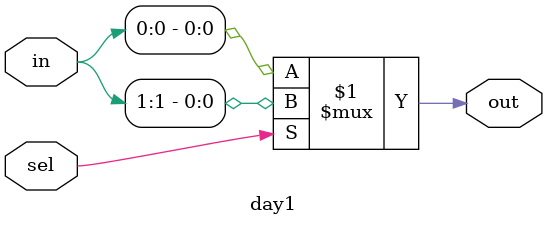
<source format=sv>
module day1(in, sel, out);
  input [1:0] in;
  input sel;
  output out;
  assign out = sel? in[1]:in[0];
endmodule

</source>
